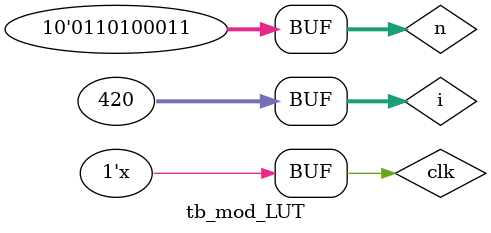
<source format=v>

`timescale 1ns / 1ps

module tb_mod_LUT();
    reg clk;
    reg [9:0] n; 
    wire [2:0] mod8;
    wire [2:0] mod7, mod5;
    wire [1:0] mod3;
    
//    reg [9:0] i;
    integer i;    
    
    initial begin
        clk = 0;
        //generate all negative numbers allowed in dynamic range
        for (i=-420; i<0; i=i+1)begin
            n = i; #2;
        end 
        //generate all positive numbers allowed in dynamic range
        for (i=0; i<420; i=i+1)begin
            n = i; #2;
        end 
    end
    
    always #1 clk = ~clk;
    //DUT module instantiation
    BIN2RNS_mod_LUT DUT(clk, n,  mod8, mod7, mod5, mod3);
     
endmodule

</source>
